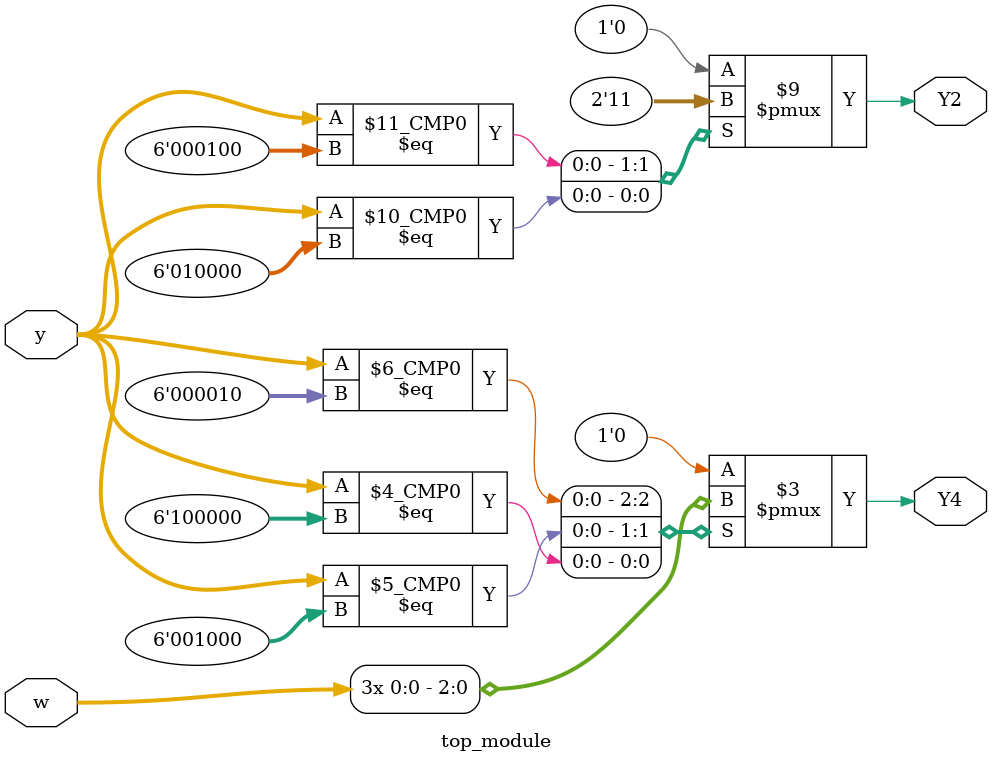
<source format=sv>
module top_module (
	input [6:1] y,
	input w,
	output Y2,
	output Y4
);

	reg Y2;
	reg Y4;

	always @ (*)
	begin
		case(y)
			6'b000001: begin
				Y2 = 0;
				Y4 = 0;
			end
			6'b000010: begin
				Y2 = 0;
				Y4 = w;
			end
			6'b000100: begin
				Y2 = 1;
				Y4 = 0;
			end
			6'b001000: begin
				Y2 = 0;
				Y4 = w;
			end
			6'b010000: begin
				Y2 = 1;
				Y4 = 0;
			end
			6'b100000: begin
				Y2 = 0;
				Y4 = w;
			end
			default: begin
				Y2 = 0;
				Y4 = 0;
			end
		endcase
	end

endmodule

</source>
